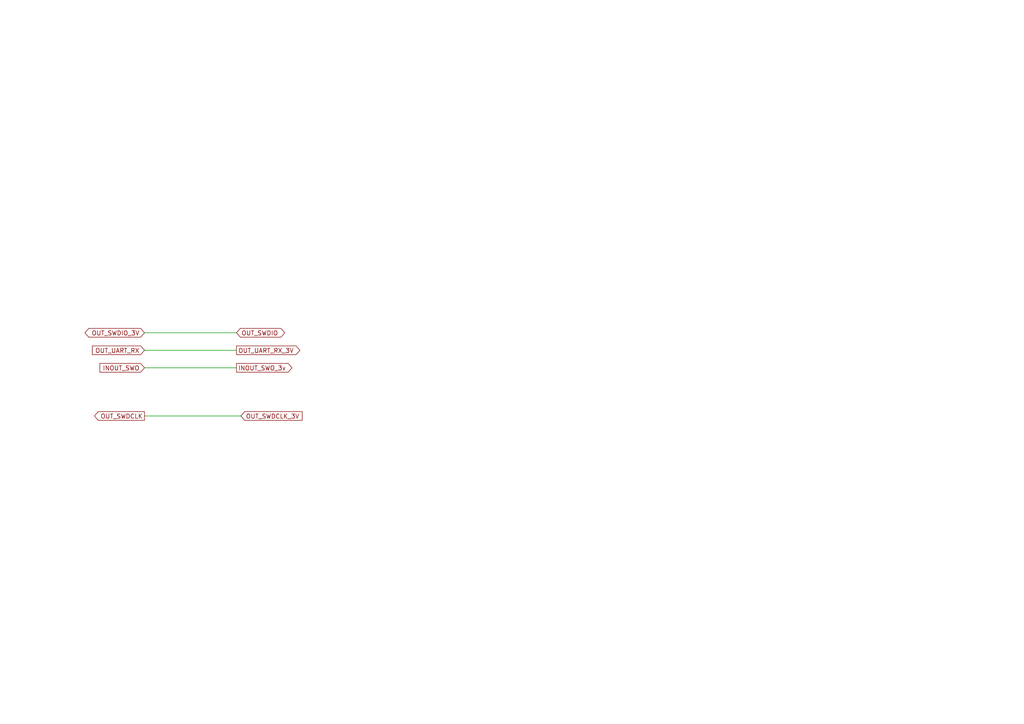
<source format=kicad_sch>
(kicad_sch
	(version 20231120)
	(generator "eeschema")
	(generator_version "8.0")
	(uuid "dc770d85-7d31-4557-a7d9-fde79ceecd68")
	(paper "A4")
	(title_block
		(title "Swindle CH32V303")
		(rev "H")
	)
	(lib_symbols)
	(wire
		(pts
			(xy 41.91 101.6) (xy 68.58 101.6)
		)
		(stroke
			(width 0)
			(type default)
		)
		(uuid "77dc4494-d284-495b-88b9-9f13b3ffd523")
	)
	(wire
		(pts
			(xy 41.91 96.52) (xy 68.58 96.52)
		)
		(stroke
			(width 0)
			(type default)
		)
		(uuid "821bab43-3b2e-4699-bd95-c087ca477011")
	)
	(wire
		(pts
			(xy 41.91 120.65) (xy 69.85 120.65)
		)
		(stroke
			(width 0)
			(type default)
		)
		(uuid "cd7b7ab2-df33-4337-98f6-f73dff8bcf19")
	)
	(wire
		(pts
			(xy 41.91 106.68) (xy 68.58 106.68)
		)
		(stroke
			(width 0)
			(type default)
		)
		(uuid "f20ac4b0-c101-469b-bd1c-973ee304c7e5")
	)
	(global_label "OUT_UART_RX"
		(shape input)
		(at 41.91 101.6 180)
		(fields_autoplaced yes)
		(effects
			(font
				(size 1.27 1.27)
			)
			(justify right)
		)
		(uuid "1f95401b-67ae-43d9-b1d3-1b9b1dbf1456")
		(property "Intersheetrefs" "${INTERSHEET_REFS}"
			(at 26.2248 101.6 0)
			(effects
				(font
					(size 1.27 1.27)
				)
				(justify right)
				(hide yes)
			)
		)
	)
	(global_label "OUT_SWDCLK_3V"
		(shape input)
		(at 69.85 120.65 0)
		(fields_autoplaced yes)
		(effects
			(font
				(size 1.27 1.27)
			)
			(justify left)
		)
		(uuid "38c127d5-8f7e-41cd-a347-50edeb8453c6")
		(property "Intersheetrefs" "${INTERSHEET_REFS}"
			(at 88.1961 120.65 0)
			(effects
				(font
					(size 1.27 1.27)
				)
				(justify left)
				(hide yes)
			)
		)
	)
	(global_label "INOUT_SWO"
		(shape input)
		(at 41.91 106.68 180)
		(fields_autoplaced yes)
		(effects
			(font
				(size 1.27 1.27)
			)
			(justify right)
		)
		(uuid "6169e4da-1ba2-4963-a01f-16d4be2f91e0")
		(property "Intersheetrefs" "${INTERSHEET_REFS}"
			(at 28.4019 106.68 0)
			(effects
				(font
					(size 1.27 1.27)
				)
				(justify right)
				(hide yes)
			)
		)
	)
	(global_label "OUT_SWDCLK"
		(shape output)
		(at 41.91 120.65 180)
		(fields_autoplaced yes)
		(effects
			(font
				(size 1.27 1.27)
			)
			(justify right)
		)
		(uuid "6f43ee76-c8c8-489e-9f8f-f55681681cb6")
		(property "Intersheetrefs" "${INTERSHEET_REFS}"
			(at 26.8296 120.65 0)
			(effects
				(font
					(size 1.27 1.27)
				)
				(justify right)
				(hide yes)
			)
		)
	)
	(global_label "INOUT_SWO_3v"
		(shape output)
		(at 68.58 106.68 0)
		(fields_autoplaced yes)
		(effects
			(font
				(size 1.27 1.27)
			)
			(justify left)
		)
		(uuid "8ed464de-ffca-4c6c-a5e3-d604793c5a14")
		(property "Intersheetrefs" "${INTERSHEET_REFS}"
			(at 85.2328 106.68 0)
			(effects
				(font
					(size 1.27 1.27)
				)
				(justify left)
				(hide yes)
			)
		)
	)
	(global_label "OUT_UART_RX_3V"
		(shape output)
		(at 68.58 101.6 0)
		(fields_autoplaced yes)
		(effects
			(font
				(size 1.27 1.27)
			)
			(justify left)
		)
		(uuid "c704dff4-888e-4b2f-996a-f25edbccf5b0")
		(property "Intersheetrefs" "${INTERSHEET_REFS}"
			(at 87.5309 101.6 0)
			(effects
				(font
					(size 1.27 1.27)
				)
				(justify left)
				(hide yes)
			)
		)
	)
	(global_label "OUT_SWDIO_3V"
		(shape bidirectional)
		(at 41.91 96.52 180)
		(fields_autoplaced yes)
		(effects
			(font
				(size 1.27 1.27)
			)
			(justify right)
		)
		(uuid "d91e3f54-6f66-4561-b48b-334750d7c230")
		(property "Intersheetrefs" "${INTERSHEET_REFS}"
			(at 24.0854 96.52 0)
			(effects
				(font
					(size 1.27 1.27)
				)
				(justify right)
				(hide yes)
			)
		)
	)
	(global_label "OUT_SWDIO"
		(shape bidirectional)
		(at 68.58 96.52 0)
		(fields_autoplaced yes)
		(effects
			(font
				(size 1.27 1.27)
			)
			(justify left)
		)
		(uuid "f820e15e-c9b9-4d5a-b987-85f258c3690d")
		(property "Intersheetrefs" "${INTERSHEET_REFS}"
			(at 83.1389 96.52 0)
			(effects
				(font
					(size 1.27 1.27)
				)
				(justify left)
				(hide yes)
			)
		)
	)
)

</source>
